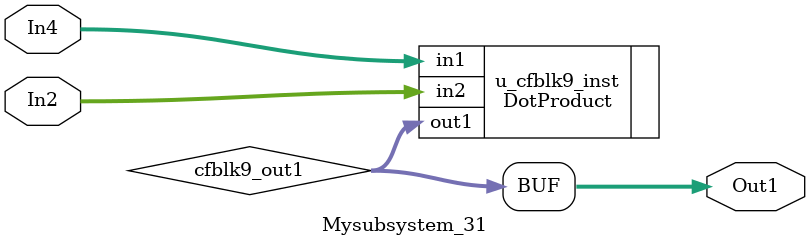
<source format=v>



`timescale 1 ns / 1 ns

module Mysubsystem_31
          (In2,
           In4,
           Out1);


  input   [7:0] In2;  // uint8
  input   [7:0] In4;  // uint8
  output  [15:0] Out1;  // uint16


  wire [15:0] cfblk9_out1;  // uint16


  DotProduct u_cfblk9_inst (.in1(In4),  // uint8
                            .in2(In2),  // uint8
                            .out1(cfblk9_out1)  // uint16
                            );

  assign Out1 = cfblk9_out1;

endmodule  // Mysubsystem_31


</source>
